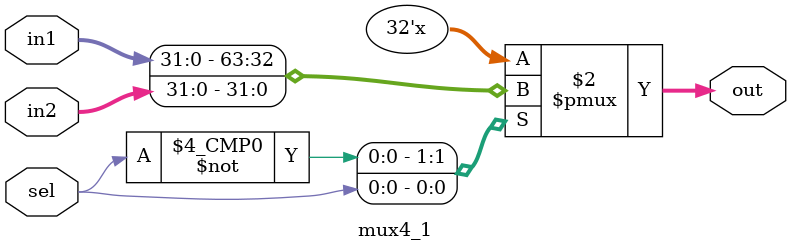
<source format=v>
module mux4_1 #(parameter WIDTH = 32) (
    input wire sel,
    input wire  [WIDTH - 1:0] in1,
    input wire  [WIDTH - 1:0] in2,
    output wire [WIDTH - 1:0] out,
);
  always@(*) begin
      case(sel)
      1'b0: out <= in1;
      1'b1: out <= in2;
      endcase
  end  
endmodule
</source>
